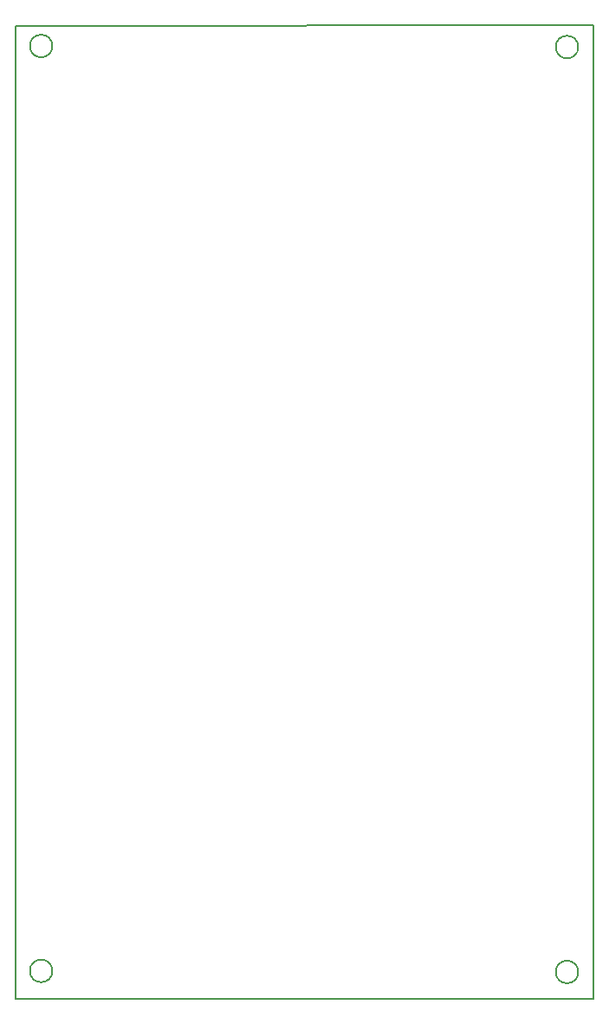
<source format=gm1>
G04 #@! TF.GenerationSoftware,KiCad,Pcbnew,(5.0.1-3-g963ef8bb5)*
G04 #@! TF.CreationDate,2018-11-29T22:46:31+01:00*
G04 #@! TF.ProjectId,condensadores,636F6E64656E7361646F7265732E6B69,rev?*
G04 #@! TF.SameCoordinates,Original*
G04 #@! TF.FileFunction,Profile,NP*
%FSLAX46Y46*%
G04 Gerber Fmt 4.6, Leading zero omitted, Abs format (unit mm)*
G04 Created by KiCad (PCBNEW (5.0.1-3-g963ef8bb5)) date jueves, 29 de noviembre de 2018, 22:46:31*
%MOMM*%
%LPD*%
G01*
G04 APERTURE LIST*
%ADD10C,0.150000*%
%ADD11C,0.200000*%
G04 APERTURE END LIST*
D10*
X122900000Y-75100000D02*
G75*
G03X122900000Y-75100000I-1100000J0D01*
G01*
X71500000Y-75000000D02*
G75*
G03X71500000Y-75000000I-1100000J0D01*
G01*
X71500000Y-165400000D02*
G75*
G03X71500000Y-165400000I-1100000J0D01*
G01*
X122900000Y-165500000D02*
G75*
G03X122900000Y-165500000I-1100000J0D01*
G01*
D11*
X67900000Y-168100000D02*
X67945000Y-73025000D01*
X124400000Y-168100000D02*
X67900000Y-168100000D01*
X124400000Y-73025000D02*
X124400000Y-168100000D01*
X67945000Y-73025000D02*
X124400000Y-73000000D01*
M02*

</source>
